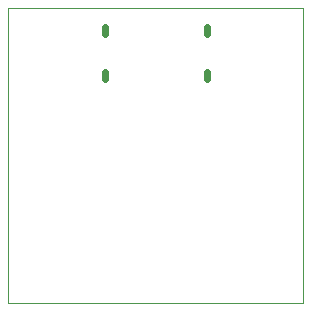
<source format=gbr>
%TF.GenerationSoftware,KiCad,Pcbnew,7.0.10-1.fc38*%
%TF.CreationDate,2024-02-18T19:40:33+00:00*%
%TF.ProjectId,usbc_power_supply_2,75736263-5f70-46f7-9765-725f73757070,rev?*%
%TF.SameCoordinates,Original*%
%TF.FileFunction,Profile,NP*%
%FSLAX46Y46*%
G04 Gerber Fmt 4.6, Leading zero omitted, Abs format (unit mm)*
G04 Created by KiCad (PCBNEW 7.0.10-1.fc38) date 2024-02-18 19:40:33*
%MOMM*%
%LPD*%
G01*
G04 APERTURE LIST*
%TA.AperFunction,Profile*%
%ADD10C,0.100000*%
%TD*%
%TA.AperFunction,Profile*%
%ADD11C,0.609600*%
%TD*%
G04 APERTURE END LIST*
D10*
X100000000Y-100000000D02*
X125000000Y-100000000D01*
X125000000Y-125000000D01*
X100000000Y-125000000D01*
X100000000Y-100000000D01*
D11*
%TO.C,J1*%
X108250000Y-101657900D02*
X108250000Y-102242100D01*
X108250000Y-105457900D02*
X108250000Y-106042100D01*
X116890004Y-105457900D02*
X116890004Y-106042100D01*
X116890004Y-101657900D02*
X116890004Y-102242100D01*
%TD*%
M02*

</source>
